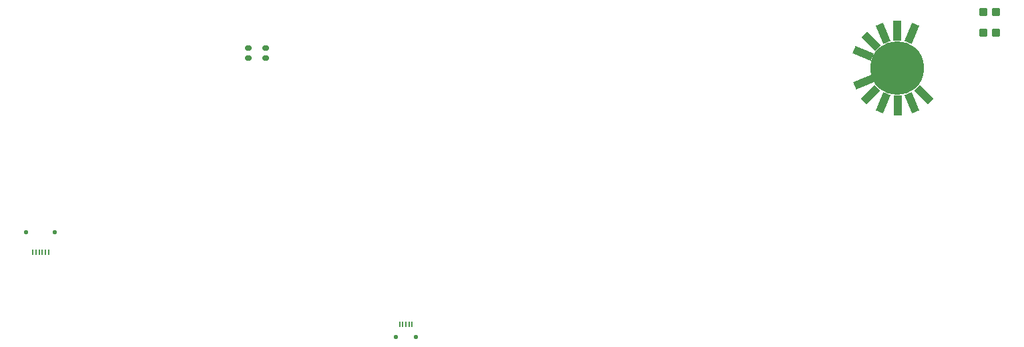
<source format=gbs>
%TF.GenerationSoftware,KiCad,Pcbnew,9.0.3*%
%TF.CreationDate,2025-09-09T23:23:58+03:00*%
%TF.ProjectId,Back,4261636b-2e6b-4696-9361-645f70636258,rev?*%
%TF.SameCoordinates,Original*%
%TF.FileFunction,Soldermask,Bot*%
%TF.FilePolarity,Negative*%
%FSLAX46Y46*%
G04 Gerber Fmt 4.6, Leading zero omitted, Abs format (unit mm)*
G04 Created by KiCad (PCBNEW 9.0.3) date 2025-09-09 23:23:58*
%MOMM*%
%LPD*%
G01*
G04 APERTURE LIST*
G04 Aperture macros list*
%AMRoundRect*
0 Rectangle with rounded corners*
0 $1 Rounding radius*
0 $2 $3 $4 $5 $6 $7 $8 $9 X,Y pos of 4 corners*
0 Add a 4 corners polygon primitive as box body*
4,1,4,$2,$3,$4,$5,$6,$7,$8,$9,$2,$3,0*
0 Add four circle primitives for the rounded corners*
1,1,$1+$1,$2,$3*
1,1,$1+$1,$4,$5*
1,1,$1+$1,$6,$7*
1,1,$1+$1,$8,$9*
0 Add four rect primitives between the rounded corners*
20,1,$1+$1,$2,$3,$4,$5,0*
20,1,$1+$1,$4,$5,$6,$7,0*
20,1,$1+$1,$6,$7,$8,$9,0*
20,1,$1+$1,$8,$9,$2,$3,0*%
%AMRotRect*
0 Rectangle, with rotation*
0 The origin of the aperture is its center*
0 $1 length*
0 $2 width*
0 $3 Rotation angle, in degrees counterclockwise*
0 Add horizontal line*
21,1,$1,$2,0,0,$3*%
G04 Aperture macros list end*
%ADD10RoundRect,0.100000X0.400000X-0.400000X0.400000X0.400000X-0.400000X0.400000X-0.400000X-0.400000X0*%
%ADD11R,1.000000X2.500000*%
%ADD12RotRect,1.000000X2.500000X22.500000*%
%ADD13RotRect,1.000000X2.500000X337.500000*%
%ADD14RotRect,1.000000X2.500000X45.000000*%
%ADD15RotRect,1.000000X2.500000X67.500000*%
%ADD16RotRect,1.000000X2.500000X135.000000*%
%ADD17RotRect,1.000000X2.500000X225.000000*%
%ADD18RotRect,1.000000X2.500000X202.500000*%
%ADD19RotRect,1.000000X2.500000X157.500000*%
%ADD20C,6.800000*%
%ADD21RotRect,1.000000X2.500000X112.500000*%
%ADD22RoundRect,0.150000X-0.250000X0.150000X-0.250000X-0.150000X0.250000X-0.150000X0.250000X0.150000X0*%
%ADD23RoundRect,0.125000X-0.125000X0.125000X-0.125000X-0.125000X0.125000X-0.125000X0.125000X0.125000X0*%
%ADD24R,0.240000X0.800000*%
%ADD25RoundRect,0.125000X0.125000X-0.125000X0.125000X0.125000X-0.125000X0.125000X-0.125000X-0.125000X0*%
G04 APERTURE END LIST*
D10*
%TO.C,SW14*%
X210940000Y-60880000D03*
X212520000Y-60900000D03*
X212520000Y-63520000D03*
X210920000Y-63530000D03*
%TD*%
D11*
%TO.C,SW12*%
X199970000Y-63240000D03*
D12*
X198190000Y-63600000D03*
D13*
X201840000Y-63610000D03*
D14*
X196660000Y-64610000D03*
D15*
X195620000Y-66130000D03*
D16*
X196620000Y-71350000D03*
D17*
X203370000Y-71360000D03*
D18*
X201860000Y-72380000D03*
D19*
X198180000Y-72390000D03*
D11*
X200030000Y-72750000D03*
D20*
X200000000Y-68000000D03*
D21*
X195750000Y-69780000D03*
%TD*%
D22*
%TO.C,C2*%
X119850000Y-65490000D03*
X119850000Y-66700000D03*
%TD*%
%TO.C,C1*%
X117710000Y-65490000D03*
X117710000Y-66700000D03*
%TD*%
D23*
%TO.C,J5*%
X93170000Y-88860000D03*
X89530000Y-88870000D03*
D24*
X90350000Y-91360000D03*
X90750000Y-91360000D03*
X91150000Y-91360000D03*
X91550000Y-91360000D03*
X91950000Y-91360000D03*
X92350000Y-91360000D03*
%TD*%
D25*
%TO.C,J2*%
X138900000Y-102095000D03*
X136420000Y-102095000D03*
D24*
X138460000Y-100545000D03*
X138060000Y-100545000D03*
X137660000Y-100545000D03*
X137260000Y-100545000D03*
X136860000Y-100545000D03*
%TD*%
M02*

</source>
